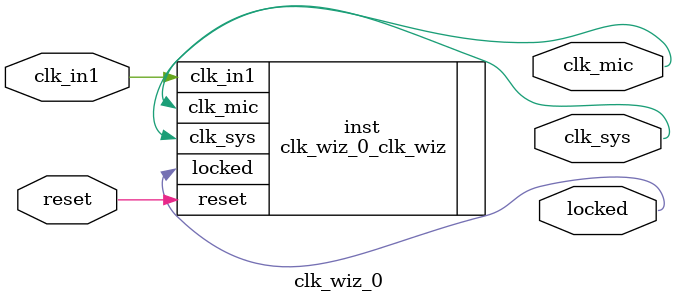
<source format=v>


`timescale 1ps/1ps

(* CORE_GENERATION_INFO = "clk_wiz_0,clk_wiz_v6_0_10_0_0,{component_name=clk_wiz_0,use_phase_alignment=true,use_min_o_jitter=false,use_max_i_jitter=false,use_dyn_phase_shift=false,use_inclk_switchover=false,use_dyn_reconfig=false,enable_axi=0,feedback_source=FDBK_AUTO,PRIMITIVE=MMCM,num_out_clk=2,clkin1_period=10.000,clkin2_period=10.000,use_power_down=false,use_reset=true,use_locked=true,use_inclk_stopped=false,feedback_type=SINGLE,CLOCK_MGR_TYPE=NA,manual_override=false}" *)

module clk_wiz_0 
 (
  // Clock out ports
  output        clk_sys,
  output        clk_mic,
  // Status and control signals
  input         reset,
  output        locked,
 // Clock in ports
  input         clk_in1
 );

  clk_wiz_0_clk_wiz inst
  (
  // Clock out ports  
  .clk_sys(clk_sys),
  .clk_mic(clk_mic),
  // Status and control signals               
  .reset(reset), 
  .locked(locked),
 // Clock in ports
  .clk_in1(clk_in1)
  );

endmodule

</source>
